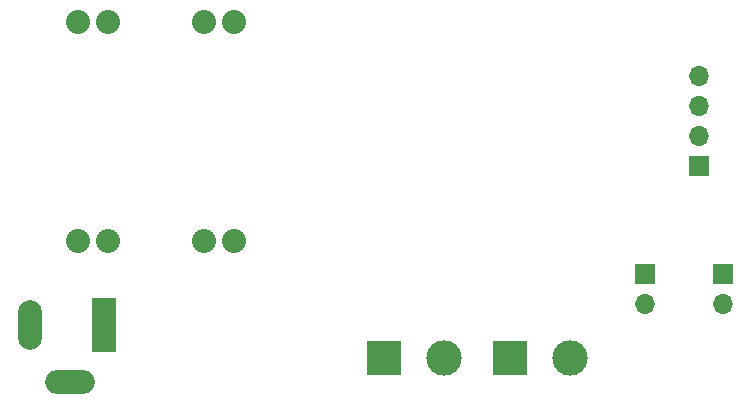
<source format=gbr>
%TF.GenerationSoftware,KiCad,Pcbnew,7.0.1*%
%TF.CreationDate,2023-04-20T23:02:29+02:00*%
%TF.ProjectId,Motordinges,4d6f746f-7264-4696-9e67-65732e6b6963,rev?*%
%TF.SameCoordinates,Original*%
%TF.FileFunction,Soldermask,Bot*%
%TF.FilePolarity,Negative*%
%FSLAX46Y46*%
G04 Gerber Fmt 4.6, Leading zero omitted, Abs format (unit mm)*
G04 Created by KiCad (PCBNEW 7.0.1) date 2023-04-20 23:02:29*
%MOMM*%
%LPD*%
G01*
G04 APERTURE LIST*
%ADD10R,1.700000X1.700000*%
%ADD11O,1.700000X1.700000*%
%ADD12R,2.000000X4.600000*%
%ADD13O,2.000000X4.200000*%
%ADD14O,4.200000X2.000000*%
%ADD15R,3.000000X3.000000*%
%ADD16C,3.000000*%
%ADD17C,2.032000*%
G04 APERTURE END LIST*
D10*
%TO.C,Motor1*%
X140462000Y-67056000D03*
D11*
X140462000Y-69596000D03*
%TD*%
D10*
%TO.C,J1*%
X138430000Y-57912000D03*
D11*
X138430000Y-55372000D03*
X138430000Y-52832000D03*
X138430000Y-50292000D03*
%TD*%
D12*
%TO.C,J2*%
X88036400Y-71399400D03*
D13*
X81736400Y-71399400D03*
D14*
X85136400Y-76199400D03*
%TD*%
D15*
%TO.C,Motor1*%
X122428000Y-74168000D03*
D16*
X127508000Y-74168000D03*
%TD*%
D17*
%TO.C,U2*%
X85852000Y-64262000D03*
X88392000Y-64262000D03*
X96520000Y-64262000D03*
X99060000Y-64262000D03*
X99060000Y-45720000D03*
X96520000Y-45720000D03*
X88392000Y-45720000D03*
X85852000Y-45720000D03*
%TD*%
D15*
%TO.C,Motor2*%
X111760000Y-74168000D03*
D16*
X116840000Y-74168000D03*
%TD*%
D10*
%TO.C,Motor2*%
X133858000Y-67056000D03*
D11*
X133858000Y-69596000D03*
%TD*%
M02*

</source>
